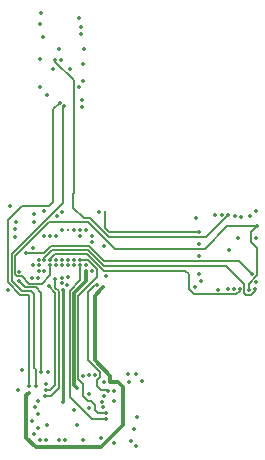
<source format=gbr>
G04 #@! TF.GenerationSoftware,KiCad,Pcbnew,(5.1.0)-1*
G04 #@! TF.CreationDate,2019-09-17T22:43:55-07:00*
G04 #@! TF.ProjectId,Miniscope-v4-Rigid-Flex,4d696e69-7363-46f7-9065-2d76342d5269,rev?*
G04 #@! TF.SameCoordinates,Original*
G04 #@! TF.FileFunction,Copper,L4,Inr*
G04 #@! TF.FilePolarity,Positive*
%FSLAX46Y46*%
G04 Gerber Fmt 4.6, Leading zero omitted, Abs format (unit mm)*
G04 Created by KiCad (PCBNEW (5.1.0)-1) date 2019-09-17 22:43:55*
%MOMM*%
%LPD*%
G04 APERTURE LIST*
%ADD10C,0.350000*%
%ADD11C,0.300000*%
%ADD12C,0.254000*%
%ADD13C,0.304800*%
%ADD14C,0.152400*%
%ADD15C,0.203200*%
G04 APERTURE END LIST*
D10*
X101926400Y-93297000D03*
X102967800Y-98080200D03*
X108153200Y-125282200D03*
X108153200Y-126171200D03*
X109423200Y-124571000D03*
X110515400Y-124494800D03*
X99774000Y-111621200D03*
X101323400Y-110300400D03*
X101729600Y-115758600D03*
X106234400Y-115180800D03*
X102234400Y-115180800D03*
X101734400Y-114680800D03*
X101734400Y-114180800D03*
X104734400Y-111680800D03*
X106234400Y-112180800D03*
D11*
X104234400Y-111680800D03*
D10*
X110042800Y-127500000D03*
X109792800Y-128500000D03*
X104991600Y-128180600D03*
X101833200Y-129476000D03*
X101172800Y-127850400D03*
X107010200Y-129295400D03*
X107268800Y-124573800D03*
X104736800Y-126948400D03*
X102459800Y-100213800D03*
X105380800Y-101225400D03*
X105584000Y-96353000D03*
X101824800Y-97191200D03*
X105203000Y-93736800D03*
X117862700Y-113338600D03*
X117238200Y-110373800D03*
X115109000Y-110653200D03*
X115450200Y-115976100D03*
X116963200Y-116749200D03*
X106041200Y-125597800D03*
X100000000Y-125215199D03*
X105990400Y-126740800D03*
X103727105Y-115714263D03*
X103805272Y-126232072D03*
X103803210Y-116715800D03*
X106854008Y-110111800D03*
X118588800Y-112378800D03*
X103729800Y-110162600D03*
X102425200Y-128206000D03*
X102409000Y-124691400D03*
X104441000Y-98072204D03*
X101901000Y-99588200D03*
X101323400Y-110960800D03*
X105734400Y-115180800D03*
X101734400Y-115180800D03*
X105234400Y-111680800D03*
X107253800Y-112992800D03*
X104017600Y-129450600D03*
X101346000Y-128914400D03*
X110000000Y-123859988D03*
X115349800Y-112877800D03*
X115349800Y-113877800D03*
X120188996Y-112380400D03*
X108149400Y-129707400D03*
X104978200Y-125064400D03*
X100123002Y-115199800D03*
X106512389Y-123949248D03*
X103234400Y-112180800D03*
X118919000Y-110551600D03*
X120189000Y-116106199D03*
X102734400Y-112180800D03*
X119604804Y-110492800D03*
X115349800Y-115361998D03*
X107412800Y-115572800D03*
X102734400Y-114180800D03*
X118769390Y-116698400D03*
X102234400Y-114180800D03*
X120039390Y-116673000D03*
X119833400Y-115377600D03*
X100656400Y-113642400D03*
X101234400Y-114680800D03*
X102234400Y-112180800D03*
X105734400Y-111680800D03*
X106234400Y-112680800D03*
X107818800Y-124573800D03*
X105380800Y-100675400D03*
X103454800Y-96327600D03*
X105533200Y-99091800D03*
X114956600Y-116469800D03*
X100910400Y-125441000D03*
X102237800Y-110066210D03*
X99716600Y-112245400D03*
X107235000Y-116487200D03*
X120112800Y-110035600D03*
X116688200Y-110378800D03*
X115349800Y-111867190D03*
D11*
X107387400Y-110111800D03*
D10*
X99799400Y-110960800D03*
X109343200Y-123853200D03*
X100377000Y-123548400D03*
X99183200Y-116741200D03*
X118360200Y-110475400D03*
X105533200Y-97644000D03*
X105126810Y-99545400D03*
X101901000Y-94230800D03*
X103653600Y-97240200D03*
X102129600Y-95362400D03*
X103734400Y-114680800D03*
X105734400Y-114680800D03*
X101175400Y-115736000D03*
X103734400Y-111680800D03*
X103234400Y-114680800D03*
X102586800Y-116444400D03*
X102358198Y-125199400D03*
X102307400Y-125707400D03*
X103145598Y-115826800D03*
X103272600Y-110518200D03*
X99310200Y-109654600D03*
X101234400Y-113180800D03*
X105234400Y-112180800D03*
X110029000Y-129941200D03*
X109542800Y-129500000D03*
X103475400Y-129450600D03*
X102383200Y-129476000D03*
X105516200Y-129450600D03*
X101722800Y-128409200D03*
X102734400Y-114680800D03*
X120239800Y-111339000D03*
X119533132Y-116770068D03*
X117801400Y-110399200D03*
X103153600Y-97240200D03*
X103234400Y-114180800D03*
X102536000Y-123726200D03*
X103734400Y-114180800D03*
X100046800Y-115953800D03*
X101977200Y-123728999D03*
X106015800Y-123972200D03*
X104234400Y-114680800D03*
X105507800Y-124023000D03*
X104263192Y-115631600D03*
X104234400Y-114180800D03*
X107598768Y-125301168D03*
X106727000Y-116309400D03*
X104734400Y-114680800D03*
X107285800Y-125699400D03*
X103704402Y-116190400D03*
X101678614Y-126152184D03*
X104734400Y-114180800D03*
X107071800Y-126198400D03*
X107412800Y-127198000D03*
X105234400Y-114198410D03*
X104127250Y-116365400D03*
X107184200Y-126698000D03*
X105234400Y-114680800D03*
X107477028Y-127667172D03*
X101671800Y-127212600D03*
X118284000Y-116698400D03*
X117776000Y-116673004D03*
X101469198Y-126639200D03*
X103526600Y-100899600D03*
X105330000Y-95108400D03*
X100910400Y-124891000D03*
X103933000Y-101153600D03*
X105304600Y-94498800D03*
X101494600Y-124891000D03*
D12*
X103805272Y-116717862D02*
X103803210Y-116715800D01*
X103805272Y-126232072D02*
X103805272Y-116717862D01*
D13*
X105734400Y-115357576D02*
X105734400Y-115180800D01*
X105734400Y-116032000D02*
X105734400Y-115357576D01*
X104720389Y-117046011D02*
X105734400Y-116032000D01*
X104978200Y-125064400D02*
X104720389Y-124806589D01*
X104720389Y-124806589D02*
X104720389Y-117046011D01*
D14*
X103160200Y-113678600D02*
X103236600Y-113678600D01*
X102734400Y-114180800D02*
X102734400Y-114104400D01*
X102734400Y-114104400D02*
X103160200Y-113678600D01*
D15*
X118769390Y-116840010D02*
X118769390Y-116698400D01*
X118481999Y-117127401D02*
X118769390Y-116840010D01*
X114911001Y-117127401D02*
X118481999Y-117127401D01*
X105822667Y-113678600D02*
X107259667Y-115115600D01*
X103236600Y-113678600D02*
X105822667Y-113678600D01*
X107259667Y-115115600D02*
X114169200Y-115115600D01*
X114169200Y-115115600D02*
X114474000Y-115420400D01*
X114474000Y-115420400D02*
X114474000Y-116690400D01*
X114474000Y-116690400D02*
X114911001Y-117127401D01*
D14*
X102906200Y-113399200D02*
X103016000Y-113399200D01*
X102234400Y-114180800D02*
X102234400Y-114071000D01*
X102234400Y-114071000D02*
X102906200Y-113399200D01*
X120039390Y-116840010D02*
X120039390Y-116673000D01*
X119731131Y-117148269D02*
X120039390Y-116840010D01*
X119326069Y-117148269D02*
X119731131Y-117148269D01*
X119154931Y-116494531D02*
X119154931Y-116977131D01*
X119154931Y-116977131D02*
X119326069Y-117148269D01*
X119154931Y-116240531D02*
X119154931Y-116494531D01*
D15*
X117598200Y-114683800D02*
X119154931Y-116240531D01*
X107258934Y-114683800D02*
X117598200Y-114683800D01*
X105948924Y-113373790D02*
X107258934Y-114683800D01*
X103016000Y-113399200D02*
X103041410Y-113373790D01*
X103041410Y-113373790D02*
X105948924Y-113373790D01*
X119658401Y-115202601D02*
X119833400Y-115377600D01*
X106371400Y-113363000D02*
X107285800Y-114277400D01*
X118733200Y-114277400D02*
X119658401Y-115202601D01*
X107285800Y-114277400D02*
X118733200Y-114277400D01*
D14*
X100903887Y-113642400D02*
X100656400Y-113642400D01*
X102180400Y-113642400D02*
X100903887Y-113642400D01*
X102789199Y-113033601D02*
X102180400Y-113642400D01*
X106371400Y-113363000D02*
X106042001Y-113033601D01*
X106042001Y-113033601D02*
X102789199Y-113033601D01*
D13*
X107827200Y-124573800D02*
X107818800Y-124573800D01*
X107819200Y-124565800D02*
X107827200Y-124573800D01*
X107818800Y-124573800D02*
X107818800Y-124303800D01*
X108860600Y-124996200D02*
X108438200Y-124573800D01*
X100700470Y-125650930D02*
X100700470Y-129248670D01*
X100910400Y-125441000D02*
X100700470Y-125650930D01*
X100700470Y-129248670D02*
X101520000Y-130068200D01*
X101520000Y-130068200D02*
X107006400Y-130068200D01*
X108438200Y-124573800D02*
X107818800Y-124573800D01*
X107006400Y-130068200D02*
X108860600Y-128214000D01*
X108860600Y-128214000D02*
X108860600Y-124996200D01*
X107060001Y-116662199D02*
X107235000Y-116487200D01*
X106498400Y-117223800D02*
X107060001Y-116662199D01*
X106498400Y-122710200D02*
X106498400Y-117223800D01*
X107818800Y-124573800D02*
X107818800Y-124030600D01*
X107818800Y-124030600D02*
X106498400Y-122710200D01*
D15*
X107387400Y-111534200D02*
X107387400Y-110111800D01*
X115349800Y-111867190D02*
X107720390Y-111867190D01*
X107720390Y-111867190D02*
X107387400Y-111534200D01*
X102713800Y-125199400D02*
X102358198Y-125199400D01*
X103145600Y-124767600D02*
X102713800Y-125199400D01*
X102586800Y-116444400D02*
X103145600Y-117003200D01*
X103145600Y-117003200D02*
X103145600Y-124767600D01*
X102307400Y-125707400D02*
X102764600Y-125707400D01*
X103145598Y-116572131D02*
X103145598Y-116074287D01*
X103145598Y-116074287D02*
X103145598Y-115826800D01*
X103450411Y-116876944D02*
X103145598Y-116572131D01*
X103450411Y-125021589D02*
X103450411Y-116876944D01*
X102764600Y-125707400D02*
X103450411Y-125021589D01*
D14*
X119480599Y-116717535D02*
X119533132Y-116770068D01*
X105947590Y-111034190D02*
X107616000Y-112702600D01*
X99767400Y-113845600D02*
X102578810Y-111034190D01*
X99767400Y-115420400D02*
X99767400Y-113845600D01*
X102734400Y-115476000D02*
X102002600Y-116207800D01*
X102002600Y-116207800D02*
X100935800Y-116207800D01*
X102578810Y-111034190D02*
X105947590Y-111034190D01*
X100935800Y-116207800D02*
X100300800Y-115572800D01*
X102734400Y-114680800D02*
X102734400Y-115476000D01*
X100300800Y-115572800D02*
X99919800Y-115572800D01*
X99919800Y-115572800D02*
X99767400Y-115420400D01*
X107616000Y-112702600D02*
X107844600Y-112931200D01*
X120064801Y-111513999D02*
X120239800Y-111339000D01*
X119533132Y-116239921D02*
X120265200Y-115507853D01*
X119533132Y-116770068D02*
X119533132Y-116239921D01*
X120265200Y-115507853D02*
X120265200Y-113210600D01*
X120265200Y-113210600D02*
X119757200Y-112702600D01*
X119757200Y-112702600D02*
X119757200Y-111821600D01*
X119757200Y-111821600D02*
X120064801Y-111513999D01*
D15*
X119992313Y-111339000D02*
X120239800Y-111339000D01*
X117717200Y-111339000D02*
X119992313Y-111339000D01*
X115794800Y-113261400D02*
X117717200Y-111339000D01*
X107844600Y-112931200D02*
X108174800Y-113261400D01*
X108174800Y-113261400D02*
X115794800Y-113261400D01*
X104697799Y-108565199D02*
X104697799Y-99014799D01*
X104695000Y-108567998D02*
X104697799Y-108565199D01*
X104695000Y-109832400D02*
X104695000Y-108567998D01*
X103153600Y-97470600D02*
X103153600Y-97240200D01*
X117772538Y-110399200D02*
X115900938Y-112270800D01*
X117801400Y-110399200D02*
X117772538Y-110399200D01*
X104697799Y-99014799D02*
X103153600Y-97470600D01*
X115900938Y-112270800D02*
X107666800Y-112270800D01*
X107666800Y-112270800D02*
X106092000Y-110696000D01*
X106092000Y-110696000D02*
X105558600Y-110696000D01*
X105558600Y-110696000D02*
X104695000Y-109832400D01*
X101494600Y-116512600D02*
X101977200Y-116995200D01*
X100046800Y-115953800D02*
X100605600Y-116512600D01*
X100605600Y-116512600D02*
X101494600Y-116512600D01*
X101977200Y-116995200D02*
X101977200Y-123728999D01*
X107496000Y-125198400D02*
X107598768Y-125301168D01*
X107005400Y-125198400D02*
X107496000Y-125198400D01*
X106701600Y-124894600D02*
X107005400Y-125198400D01*
X106701600Y-124412000D02*
X106701600Y-124894600D01*
X106523800Y-116309400D02*
X105939600Y-116893600D01*
X105939600Y-116893600D02*
X105939600Y-122684800D01*
X105939600Y-122684800D02*
X106955600Y-123700800D01*
X106727000Y-116309400D02*
X106523800Y-116309400D01*
X106955600Y-123700800D02*
X106955600Y-124158000D01*
X106955600Y-124158000D02*
X106701600Y-124412000D01*
X107192200Y-127198000D02*
X107034471Y-127198000D01*
X107412800Y-127198000D02*
X107192200Y-127198000D01*
X105481887Y-114198410D02*
X105234400Y-114198410D01*
X105911410Y-114198410D02*
X105481887Y-114198410D01*
X106676200Y-115623600D02*
X106676200Y-114963200D01*
X105076000Y-117223800D02*
X106676200Y-115623600D01*
X106676200Y-114963200D02*
X105911410Y-114198410D01*
X105533200Y-124742200D02*
X105076000Y-124285000D01*
X105533200Y-125758200D02*
X105533200Y-124742200D01*
X106795200Y-127198000D02*
X106549200Y-126952000D01*
X105076000Y-124285000D02*
X105076000Y-117223800D01*
X107192200Y-127198000D02*
X106795200Y-127198000D01*
X106549200Y-126952000D02*
X106549200Y-126469400D01*
X106549200Y-126469400D02*
X106193600Y-126113800D01*
X106193600Y-126113800D02*
X105888800Y-126113800D01*
X105888800Y-126113800D02*
X105533200Y-125758200D01*
X107229541Y-127667172D02*
X107477028Y-127667172D01*
X106222972Y-127667172D02*
X107229541Y-127667172D01*
X104364778Y-125808978D02*
X106222972Y-127667172D01*
X104364778Y-116817422D02*
X104364778Y-125808978D01*
X105234400Y-114680800D02*
X105234400Y-115947800D01*
X105234400Y-115947800D02*
X104364778Y-116817422D01*
X102993200Y-101433000D02*
X103526600Y-100899600D01*
X100351600Y-109629200D02*
X102637600Y-109629200D01*
X99167199Y-116115599D02*
X99167199Y-110813601D01*
X100910400Y-123472200D02*
X100961200Y-123421400D01*
X100910400Y-124891000D02*
X100910400Y-123472200D01*
X102637600Y-109629200D02*
X102993200Y-109273600D01*
X99167199Y-110813601D02*
X100351600Y-109629200D01*
X100961200Y-123421400D02*
X100961200Y-117300000D01*
X100961200Y-117300000D02*
X100808800Y-117147600D01*
X100808800Y-117147600D02*
X100199200Y-117147600D01*
X102993200Y-109273600D02*
X102993200Y-101433000D01*
X100199200Y-117147600D02*
X99167199Y-116115599D01*
X103780600Y-101306000D02*
X103933000Y-101153600D01*
X103780600Y-109400600D02*
X103780600Y-101306000D01*
X99487990Y-116004590D02*
X99487990Y-113693210D01*
X101494600Y-123472200D02*
X101367600Y-123345200D01*
X99487990Y-113693210D02*
X103780600Y-109400600D01*
X101494600Y-124891000D02*
X101494600Y-123472200D01*
X101367600Y-123345200D02*
X101367600Y-117122200D01*
X101367600Y-117122200D02*
X101088200Y-116842800D01*
X101088200Y-116842800D02*
X100326200Y-116842800D01*
X100326200Y-116842800D02*
X99487990Y-116004590D01*
M02*

</source>
